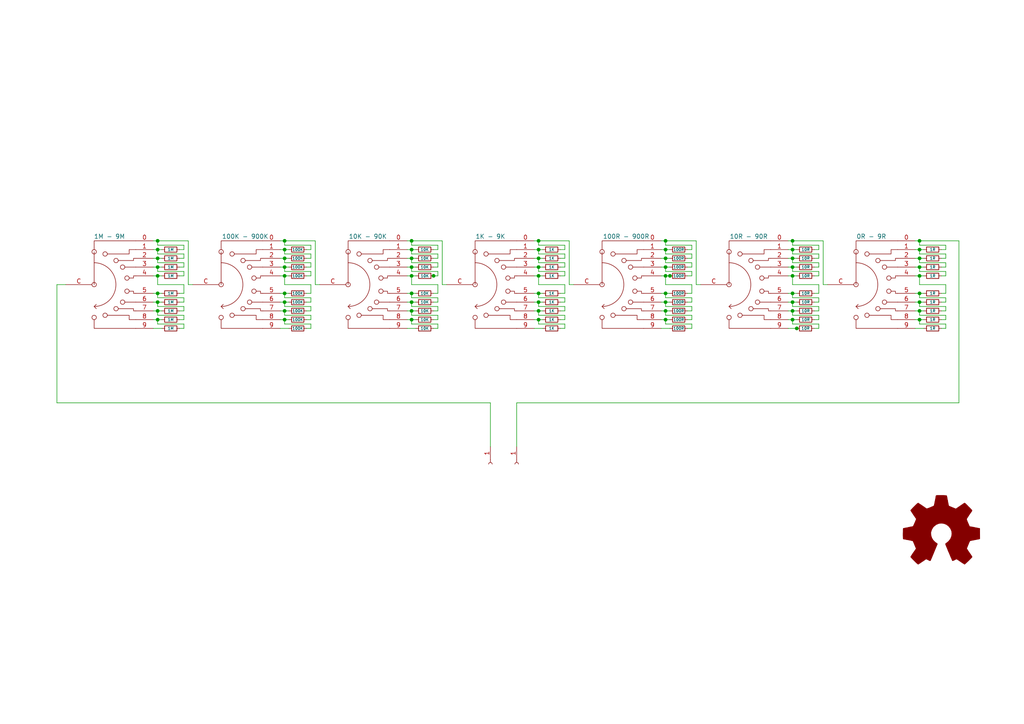
<source format=kicad_sch>
(kicad_sch (version 20210621) (generator eeschema)
  (paper "A4")
  (title_block (title "Resistor Decade") (date "2021-08-29") (company "Binary-6") (comment 1 "GNU GPLv3"))
  (lib_symbols
    (symbol "Connector:Conn_01x01_Female" (pin_names (offset 1.016) hide)
      (property "Reference" "J" (at 0 2.54 0))
      (property "Value" "Conn_01x01_Female" (at 0 -2.54 0))
      (symbol "Conn_01x01_Female_1_1"
        (arc (start 0 0.508) (end 0 -0.508) (radius (at 0 0) (length 0.508) (angles 90.1 -90.1)) (stroke (width 0.1524)))
        (polyline (pts (xy -1.27 0) (xy -0.508 0)) (stroke (width 0.1524)))
        (pin passive line (at -5.08 0 0) (length 3.81) (name "Pin_1") (number "1"))
      )
    )
    (symbol "Device:R_Small" (pin_numbers hide) (pin_names (offset 0.254) hide)
      (property "Reference" "R" (at 0.762 0.508 0))
      (property "Value" "R_Small" (at 0.762 -1.016 0))
      (symbol "R_Small_0_1"
        (rectangle (start -0.762 1.778) (end 0.762 -1.778) (stroke (width 0.2032)))
      )
      (symbol "R_Small_1_1"
        (pin passive line (at 0 2.54 270) (length 0.762) (name "~") (number "1"))
        (pin passive line (at 0 -2.54 90) (length 0.762) (name "~") (number "2"))
      )
    )
    (symbol "Graphic:Logo_Open_Hardware_Large" (pin_names (offset 1.016))
      (symbol "Logo_Open_Hardware_Large_1_1"
        (polyline (pts (xy 6.731 -8.7122) (xy 6.6294 -8.6614) (xy 6.35 -8.4836) (xy 5.9944 -8.255) (xy 5.5372 -7.9502) (xy 5.1054 -7.6454) (xy 4.7498 -7.4168) (xy 4.4958 -7.239) (xy 4.3942 -7.1882) (xy 4.318 -7.2136) (xy 4.1148 -7.3152) (xy 3.81 -7.4676) (xy 3.6322 -7.5692) (xy 3.3528 -7.6708) (xy 3.2258 -7.6962) (xy 3.2004 -7.6708) (xy 3.0988 -7.4676) (xy 2.9464 -7.0866) (xy 2.7178 -6.604) (xy 2.4892 -6.0452) (xy 2.2352 -5.4356) (xy 1.9558 -4.826) (xy 1.7272 -4.2164) (xy 1.4986 -3.683) (xy 1.3208 -3.2512) (xy 1.2192 -2.9464) (xy 1.1684 -2.8194) (xy 1.1938 -2.794) (xy 1.3208 -2.667) (xy 1.5748 -2.4892) (xy 2.0828 -2.0574) (xy 2.6162 -1.397) (xy 2.921 -0.6604) (xy 3.048 0.1524) (xy 2.9464 0.9144) (xy 2.6416 1.6256) (xy 2.1336 2.286) (xy 1.524 2.7686) (xy 0.8128 3.0734) (xy 0 3.175) (xy -0.762 3.0988) (xy -1.4986 2.794) (xy -2.159 2.286) (xy -2.4384 1.9812) (xy -2.8194 1.3208) (xy -3.048 0.6096) (xy -3.0734 0.4318) (xy -3.0226 -0.3556) (xy -2.794 -1.0922) (xy -2.3876 -1.7526) (xy -1.8288 -2.3114) (xy -1.7526 -2.3622) (xy -1.4732 -2.5654) (xy -1.2954 -2.6924) (xy -1.1684 -2.8194) (xy -2.159 -5.207) (xy -2.3114 -5.588) (xy -2.5908 -6.2484) (xy -2.8194 -6.8072) (xy -3.0226 -7.2644) (xy -3.1496 -7.5692) (xy -3.2258 -7.6708) (xy -3.2258 -7.6962) (xy -3.302 -7.6962) (xy -3.4798 -7.6454) (xy -3.8354 -7.4676) (xy -4.0386 -7.366) (xy -4.2926 -7.239) (xy -4.4196 -7.1882) (xy -4.5212 -7.239) (xy -4.7498 -7.3914) (xy -5.1054 -7.6454) (xy -5.5372 -7.9248) (xy -5.9436 -8.2042) (xy -6.3246 -8.4582) (xy -6.604 -8.636) (xy -6.731 -8.7122) (xy -6.7564 -8.7122) (xy -6.858 -8.636) (xy -7.0866 -8.4582) (xy -7.4168 -8.1534) (xy -7.874 -7.6962) (xy -7.9502 -7.62) (xy -8.3312 -7.239) (xy -8.636 -6.9088) (xy -8.8392 -6.6802) (xy -8.9154 -6.5786) (xy -8.9154 -6.5786) (xy -8.8392 -6.4516) (xy -8.6614 -6.1722) (xy -8.4328 -5.7912) (xy -8.128 -5.3594) (xy -7.3152 -4.191) (xy -7.7724 -3.0988) (xy -7.8994 -2.7686) (xy -8.0772 -2.3622) (xy -8.2042 -2.0828) (xy -8.255 -1.9558) (xy -8.382 -1.905) (xy -8.6614 -1.8542) (xy -9.0932 -1.7526) (xy -9.6266 -1.651) (xy -10.1092 -1.5748) (xy -10.541 -1.4732) (xy -10.8712 -1.4224) (xy -11.0236 -1.397) (xy -11.049 -1.3716) (xy -11.0744 -1.2954) (xy -11.0998 -1.143) (xy -11.0998 -0.889) (xy -11.1252 -0.4572) (xy -11.1252 0.1524) (xy -11.1252 0.2286) (xy -11.0998 0.8128) (xy -11.0998 1.27) (xy -11.0744 1.5494) (xy -11.0744 1.6764) (xy -11.0744 1.6764) (xy -10.922 1.7018) (xy -10.6172 1.778) (xy -10.16 1.8542) (xy -9.652 1.9558) (xy -9.6012 1.9812) (xy -9.0932 2.0828) (xy -8.636 2.159) (xy -8.3312 2.2352) (xy -8.2042 2.286) (xy -8.1788 2.3114) (xy -8.0772 2.5146) (xy -7.9248 2.8448) (xy -7.747 3.2512) (xy -7.5692 3.6576) (xy -7.4168 4.0386) (xy -7.3152 4.318) (xy -7.2898 4.445) (xy -7.2898 4.445) (xy -7.366 4.572) (xy -7.5438 4.826) (xy -7.7978 5.207) (xy -8.128 5.6642) (xy -8.128 5.6896) (xy -8.4328 6.1468) (xy -8.6868 6.5278) (xy -8.8392 6.7818) (xy -8.9154 6.9088) (xy -8.9154 6.9088) (xy -8.8138 7.0358) (xy -8.5852 7.2898) (xy -8.255 7.6454) (xy -7.874 8.0264) (xy -7.747 8.1534) (xy -7.3152 8.5852) (xy -7.0104 8.8646) (xy -6.8326 8.9916) (xy -6.731 9.0424) (xy -6.731 9.0424) (xy -6.604 8.9408) (xy -6.3246 8.763) (xy -5.9436 8.509) (xy -5.4864 8.2042) (xy -5.461 8.1788) (xy -5.0038 7.874) (xy -4.6482 7.62) (xy -4.3688 7.4422) (xy -4.2672 7.3914) (xy -4.2418 7.3914) (xy -4.064 7.4422) (xy -3.7338 7.5438) (xy -3.3528 7.6962) (xy -2.9464 7.874) (xy -2.5654 8.0264) (xy -2.286 8.1534) (xy -2.159 8.2296) (xy -2.159 8.2296) (xy -2.1082 8.382) (xy -2.032 8.7122) (xy -1.9304 9.1694) (xy -1.8288 9.7282) (xy -1.8034 9.8044) (xy -1.7018 10.3378) (xy -1.6256 10.7696) (xy -1.5748 11.0744) (xy -1.524 11.2014) (xy -1.4478 11.2268) (xy -1.1938 11.2522) (xy -0.8128 11.2522) (xy -0.3302 11.2522) (xy 0.1524 11.2522) (xy 0.6604 11.2522) (xy 1.0668 11.2268) (xy 1.3716 11.2014) (xy 1.4986 11.176) (xy 1.4986 11.176) (xy 1.5494 11.0236) (xy 1.6256 10.6934) (xy 1.7018 10.2108) (xy 1.8288 9.6774) (xy 1.8288 9.5758) (xy 1.9304 9.0424) (xy 2.032 8.6106) (xy 2.0828 8.3058) (xy 2.1336 8.2042) (xy 2.159 8.1788) (xy 2.3876 8.0772) (xy 2.7432 7.9248) (xy 3.175 7.747) (xy 4.191 7.3406) (xy 5.461 8.2042) (xy 5.5626 8.2804) (xy 6.0198 8.5852) (xy 6.3754 8.8392) (xy 6.6294 8.9916) (xy 6.7564 9.0424) (xy 6.7564 9.0424) (xy 6.8834 8.9408) (xy 7.1374 8.7122) (xy 7.4676 8.382) (xy 7.8486 7.9756) (xy 8.1534 7.6962) (xy 8.4836 7.3406) (xy 8.7122 7.112) (xy 8.8392 6.9596) (xy 8.8646 6.858) (xy 8.8646 6.8072) (xy 8.7884 6.6802) (xy 8.6106 6.4008) (xy 8.3312 6.0198) (xy 8.0264 5.588) (xy 7.7978 5.207) (xy 7.5184 4.8006) (xy 7.3406 4.4958) (xy 7.2898 4.3434) (xy 7.2898 4.2926) (xy 7.3914 4.0386) (xy 7.5184 3.683) (xy 7.7216 3.2258) (xy 8.1534 2.2352) (xy 8.7884 2.1082) (xy 9.1948 2.0574) (xy 9.7536 1.9304) (xy 10.2616 1.8288) (xy 11.0998 1.6764) (xy 11.1252 -1.3208) (xy 10.9982 -1.3716) (xy 10.8712 -1.397) (xy 10.5664 -1.4732) (xy 10.1346 -1.5494) (xy 9.6266 -1.651) (xy 9.1948 -1.7272) (xy 8.7376 -1.8288) (xy 8.4328 -1.8796) (xy 8.2804 -1.905) (xy 8.255 -1.9558) (xy 8.1534 -2.159) (xy 7.9756 -2.5146) (xy 7.8232 -2.921) (xy 7.6454 -3.3274) (xy 7.493 -3.7338) (xy 7.366 -4.0132) (xy 7.3406 -4.191) (xy 7.3914 -4.2926) (xy 7.5692 -4.5466) (xy 7.7978 -4.9276) (xy 8.1026 -5.3594) (xy 8.4074 -5.7912) (xy 8.6614 -6.1722) (xy 8.8138 -6.4262) (xy 8.89 -6.5532) (xy 8.8646 -6.6548) (xy 8.6868 -6.858) (xy 8.3566 -7.1882) (xy 7.874 -7.6708) (xy 7.7978 -7.747) (xy 7.3914 -8.128) (xy 7.0612 -8.4328) (xy 6.8326 -8.636) (xy 6.731 -8.7122)) (fill (type outline)))
      )
    )
    (symbol "MeineBib:KSA-2_Thumbwheel" (pin_names (offset 1.016) hide)
      (property "Reference" "SW" (at 0 17.78 0))
      (property "Value" "KSA-2_Thumbwheel" (at 0 -17.78 0))
      (symbol "KSA-2_Thumbwheel_0_0"
        (circle (center -6.985 -9.525) (radius 0.635))
        (circle (center -6.985 0) (radius 0.635))
        (circle (center -6.985 9.525) (radius 0.635))
        (circle (center -3.81 -8.89) (radius 0.635))
        (circle (center -3.81 8.89) (radius 0.635))
        (circle (center -0.635 -6.985) (radius 0.635))
        (circle (center -0.635 6.985) (radius 0.635))
        (circle (center 1.27 -5.08) (radius 0.635))
        (circle (center 1.27 5.08) (radius 0.635))
        (circle (center 2.54 -1.905) (radius 0.635))
        (circle (center 2.54 1.905) (radius 0.635))
        (polyline (pts (xy -6.985 -6.35) (xy -6.35 -6.985)))
        (polyline (pts (xy -6.985 -6.35) (xy -6.35 -5.715)))
        (polyline (pts (xy -6.985 0) (xy -6.985 9.525)))
        (polyline (pts (xy 1.905 -5.08) (xy 5.08 -5.08)))
        (polyline (pts (xy 1.905 5.08) (xy 5.08 5.08)))
        (polyline (pts (xy -6.985 -10.16) (xy -6.985 -12.7) (xy 5.08 -12.7)))
        (polyline (pts (xy -6.985 10.16) (xy -6.985 12.7) (xy 5.08 12.7)))
        (polyline (pts (xy -3.175 -8.89) (xy 3.175 -8.89) (xy 3.175 -10.16) (xy 5.08 -10.16)))
        (polyline (pts (xy -3.175 8.89) (xy 3.175 8.89) (xy 3.175 10.16) (xy 5.08 10.16)))
        (polyline (pts (xy 0 -6.985) (xy 4.445 -6.985) (xy 4.445 -7.62) (xy 5.08 -7.62)))
        (polyline (pts (xy 0 6.985) (xy 4.445 6.985) (xy 4.445 7.62) (xy 5.08 7.62)))
        (polyline (pts (xy 3.175 -1.905) (xy 4.445 -1.905) (xy 4.445 -2.54) (xy 5.08 -2.54)))
        (polyline (pts (xy 3.175 1.905) (xy 4.445 1.905) (xy 4.445 2.54) (xy 5.08 2.54)))
      )
      (symbol "KSA-2_Thumbwheel_0_1"
        (arc (start -6.985 -6.35) (end -6.985 6.35) (radius (at -7.0206 0) (length 6.3501) (angles -89.7 89.7)) (stroke (width 0.1524)))
        (pin passive line (at 10.16 12.7 180) (length 5.08) (name "0") (number "0"))
        (pin passive line (at 10.16 10.16 180) (length 5.08) (name "1") (number "1"))
        (pin passive line (at 10.16 7.62 180) (length 5.08) (name "2") (number "2"))
        (pin passive line (at 10.16 5.08 180) (length 5.08) (name "3") (number "3"))
        (pin passive line (at 10.16 2.54 180) (length 5.08) (name "4") (number "4"))
        (pin passive line (at 10.16 -2.54 180) (length 5.08) (name "5") (number "5"))
        (pin passive line (at 10.16 -5.08 180) (length 5.08) (name "6") (number "6"))
        (pin passive line (at 10.16 -7.62 180) (length 5.08) (name "7") (number "7"))
        (pin passive line (at 10.16 -10.16 180) (length 5.08) (name "8") (number "8"))
        (pin passive line (at 10.16 -12.7 180) (length 5.08) (name "9") (number "9"))
        (pin passive line (at -15.24 0 0) (length 7.62) (name "C") (number "C"))
      )
    )
  )
  (junction (at 45.72 69.85) (diameter 0.9144))
  (junction (at 45.72 72.39) (diameter 0.9144))
  (junction (at 45.72 74.93) (diameter 0.9144))
  (junction (at 45.72 77.47) (diameter 0.9144))
  (junction (at 45.72 80.01) (diameter 0.9144))
  (junction (at 45.72 85.09) (diameter 0.9144))
  (junction (at 45.72 87.63) (diameter 0.9144))
  (junction (at 45.72 90.17) (diameter 0.9144))
  (junction (at 45.72 92.71) (diameter 0.9144))
  (junction (at 82.55 69.85) (diameter 0.9144))
  (junction (at 82.55 72.39) (diameter 0.9144))
  (junction (at 82.55 74.93) (diameter 0.9144))
  (junction (at 82.55 77.47) (diameter 0.9144))
  (junction (at 82.55 80.01) (diameter 0.9144))
  (junction (at 82.55 85.09) (diameter 0.9144))
  (junction (at 82.55 87.63) (diameter 0.9144))
  (junction (at 82.55 90.17) (diameter 0.9144))
  (junction (at 82.55 92.71) (diameter 0.9144))
  (junction (at 119.38 69.85) (diameter 0.9144))
  (junction (at 119.38 72.39) (diameter 0.9144))
  (junction (at 119.38 74.93) (diameter 0.9144))
  (junction (at 119.38 77.47) (diameter 0.9144))
  (junction (at 119.38 80.01) (diameter 0.9144))
  (junction (at 119.38 85.09) (diameter 0.9144))
  (junction (at 119.38 87.63) (diameter 0.9144))
  (junction (at 119.38 90.17) (diameter 0.9144))
  (junction (at 119.38 92.71) (diameter 0.9144))
  (junction (at 125.7475 80.01) (diameter 0.9144))
  (junction (at 156.21 69.85) (diameter 0.9144))
  (junction (at 156.21 72.39) (diameter 0.9144))
  (junction (at 156.21 74.93) (diameter 0.9144))
  (junction (at 156.21 77.47) (diameter 0.9144))
  (junction (at 156.21 80.01) (diameter 0.9144))
  (junction (at 156.21 85.09) (diameter 0.9144))
  (junction (at 156.21 87.63) (diameter 0.9144))
  (junction (at 156.21 90.17) (diameter 0.9144))
  (junction (at 156.21 92.71) (diameter 0.9144))
  (junction (at 193.04 69.85) (diameter 0.9144))
  (junction (at 193.04 72.39) (diameter 0.9144))
  (junction (at 193.04 74.93) (diameter 0.9144))
  (junction (at 193.04 77.47) (diameter 0.9144))
  (junction (at 193.04 80.01) (diameter 0.9144))
  (junction (at 193.04 85.09) (diameter 0.9144))
  (junction (at 193.04 87.63) (diameter 0.9144))
  (junction (at 193.04 90.17) (diameter 0.9144))
  (junction (at 193.04 92.71) (diameter 0.9144))
  (junction (at 194.306 80.01) (diameter 0.9144))
  (junction (at 229.87 69.85) (diameter 0.9144))
  (junction (at 229.87 72.39) (diameter 0.9144))
  (junction (at 229.87 74.93) (diameter 0.9144))
  (junction (at 229.87 77.47) (diameter 0.9144))
  (junction (at 229.87 80.01) (diameter 0.9144))
  (junction (at 229.87 85.09) (diameter 0.9144))
  (junction (at 229.87 87.63) (diameter 0.9144))
  (junction (at 229.87 90.17) (diameter 0.9144))
  (junction (at 229.87 92.71) (diameter 0.9144))
  (junction (at 231.0969 95.25) (diameter 0.9144))
  (junction (at 266.7 69.85) (diameter 0.9144))
  (junction (at 266.7 72.39) (diameter 0.9144))
  (junction (at 266.7 74.93) (diameter 0.9144))
  (junction (at 266.7 77.47) (diameter 0.9144))
  (junction (at 266.7 80.01) (diameter 0.9144))
  (junction (at 266.7 85.09) (diameter 0.9144))
  (junction (at 266.7 87.63) (diameter 0.9144))
  (junction (at 266.7 90.17) (diameter 0.9144))
  (junction (at 266.7 92.71) (diameter 0.9144))
  (wire (pts (xy 16.51 82.55) (xy 19.05 82.55)))
  (wire (pts (xy 16.51 116.84) (xy 16.51 82.55)))
  (wire (pts (xy 44.45 69.85) (xy 45.72 69.85)))
  (wire (pts (xy 44.45 72.39) (xy 45.72 72.39)))
  (wire (pts (xy 44.45 74.93) (xy 45.72 74.93)))
  (wire (pts (xy 44.45 77.47) (xy 45.72 77.47)))
  (wire (pts (xy 44.45 80.01) (xy 45.72 80.01)))
  (wire (pts (xy 44.45 85.09) (xy 45.72 85.09)))
  (wire (pts (xy 44.45 87.63) (xy 45.72 87.63)))
  (wire (pts (xy 44.45 90.17) (xy 45.72 90.17)))
  (wire (pts (xy 44.45 92.71) (xy 45.72 92.71)))
  (wire (pts (xy 44.45 95.25) (xy 46.99 95.25)))
  (wire (pts (xy 45.72 69.85) (xy 45.72 71.12)))
  (wire (pts (xy 45.72 69.85) (xy 54.61 69.85)))
  (wire (pts (xy 45.72 71.12) (xy 53.34 71.12)))
  (wire (pts (xy 45.72 72.39) (xy 45.72 73.66)))
  (wire (pts (xy 45.72 72.39) (xy 46.99 72.39)))
  (wire (pts (xy 45.72 73.66) (xy 53.34 73.66)))
  (wire (pts (xy 45.72 74.93) (xy 45.72 76.2)))
  (wire (pts (xy 45.72 74.93) (xy 46.99 74.93)))
  (wire (pts (xy 45.72 76.2) (xy 53.34 76.2)))
  (wire (pts (xy 45.72 77.47) (xy 45.72 78.74)))
  (wire (pts (xy 45.72 77.47) (xy 46.99 77.47)))
  (wire (pts (xy 45.72 78.74) (xy 53.34 78.74)))
  (wire (pts (xy 45.72 80.01) (xy 46.99 80.01)))
  (wire (pts (xy 45.72 82.55) (xy 45.72 80.01)))
  (wire (pts (xy 45.72 85.09) (xy 45.72 86.36)))
  (wire (pts (xy 45.72 85.09) (xy 46.99 85.09)))
  (wire (pts (xy 45.72 86.36) (xy 53.34 86.36)))
  (wire (pts (xy 45.72 87.63) (xy 46.99 87.63)))
  (wire (pts (xy 45.72 88.9) (xy 45.72 87.63)))
  (wire (pts (xy 45.72 90.17) (xy 46.99 90.17)))
  (wire (pts (xy 45.72 91.44) (xy 45.72 90.17)))
  (wire (pts (xy 45.72 92.71) (xy 45.72 93.98)))
  (wire (pts (xy 45.72 92.71) (xy 46.99 92.71)))
  (wire (pts (xy 52.07 72.39) (xy 53.34 72.39)))
  (wire (pts (xy 52.07 74.93) (xy 53.34 74.93)))
  (wire (pts (xy 52.07 77.47) (xy 53.34 77.47)))
  (wire (pts (xy 52.07 80.01) (xy 53.34 80.01)))
  (wire (pts (xy 52.07 85.09) (xy 53.34 85.09)))
  (wire (pts (xy 52.07 87.63) (xy 53.34 87.63)))
  (wire (pts (xy 52.07 90.17) (xy 53.34 90.17)))
  (wire (pts (xy 52.07 92.71) (xy 53.34 92.71)))
  (wire (pts (xy 52.07 95.25) (xy 53.34 95.25)))
  (wire (pts (xy 53.34 71.12) (xy 53.34 72.39)))
  (wire (pts (xy 53.34 73.66) (xy 53.34 74.93)))
  (wire (pts (xy 53.34 76.2) (xy 53.34 77.47)))
  (wire (pts (xy 53.34 78.74) (xy 53.34 80.01)))
  (wire (pts (xy 53.34 82.55) (xy 45.72 82.55)))
  (wire (pts (xy 53.34 85.09) (xy 53.34 82.55)))
  (wire (pts (xy 53.34 86.36) (xy 53.34 87.63)))
  (wire (pts (xy 53.34 88.9) (xy 45.72 88.9)))
  (wire (pts (xy 53.34 90.17) (xy 53.34 88.9)))
  (wire (pts (xy 53.34 91.44) (xy 45.72 91.44)))
  (wire (pts (xy 53.34 92.71) (xy 53.34 91.44)))
  (wire (pts (xy 53.34 93.98) (xy 45.72 93.98)))
  (wire (pts (xy 53.34 95.25) (xy 53.34 93.98)))
  (wire (pts (xy 54.61 69.85) (xy 54.61 82.55)))
  (wire (pts (xy 55.88 82.55) (xy 54.61 82.55)))
  (wire (pts (xy 81.28 69.85) (xy 82.55 69.85)))
  (wire (pts (xy 81.28 72.39) (xy 82.55 72.39)))
  (wire (pts (xy 81.28 74.93) (xy 82.55 74.93)))
  (wire (pts (xy 81.28 77.47) (xy 82.55 77.47)))
  (wire (pts (xy 81.28 80.01) (xy 82.55 80.01)))
  (wire (pts (xy 81.28 85.09) (xy 82.55 85.09)))
  (wire (pts (xy 81.28 87.63) (xy 82.55 87.63)))
  (wire (pts (xy 81.28 90.17) (xy 82.55 90.17)))
  (wire (pts (xy 81.28 92.71) (xy 82.55 92.71)))
  (wire (pts (xy 81.28 95.25) (xy 83.82 95.25)))
  (wire (pts (xy 82.55 69.85) (xy 82.55 71.12)))
  (wire (pts (xy 82.55 69.85) (xy 91.44 69.85)))
  (wire (pts (xy 82.55 71.12) (xy 90.17 71.12)))
  (wire (pts (xy 82.55 72.39) (xy 82.55 73.66)))
  (wire (pts (xy 82.55 72.39) (xy 83.82 72.39)))
  (wire (pts (xy 82.55 73.66) (xy 90.17 73.66)))
  (wire (pts (xy 82.55 74.93) (xy 82.55 76.2)))
  (wire (pts (xy 82.55 74.93) (xy 83.82 74.93)))
  (wire (pts (xy 82.55 76.2) (xy 90.17 76.2)))
  (wire (pts (xy 82.55 77.47) (xy 82.55 78.74)))
  (wire (pts (xy 82.55 77.47) (xy 83.82 77.47)))
  (wire (pts (xy 82.55 78.74) (xy 90.17 78.74)))
  (wire (pts (xy 82.55 80.01) (xy 83.82 80.01)))
  (wire (pts (xy 82.55 82.55) (xy 82.55 80.01)))
  (wire (pts (xy 82.55 85.09) (xy 82.55 86.36)))
  (wire (pts (xy 82.55 85.09) (xy 83.82 85.09)))
  (wire (pts (xy 82.55 86.36) (xy 90.17 86.36)))
  (wire (pts (xy 82.55 87.63) (xy 83.82 87.63)))
  (wire (pts (xy 82.55 88.9) (xy 82.55 87.63)))
  (wire (pts (xy 82.55 90.17) (xy 83.82 90.17)))
  (wire (pts (xy 82.55 91.44) (xy 82.55 90.17)))
  (wire (pts (xy 82.55 92.71) (xy 82.55 93.98)))
  (wire (pts (xy 82.55 92.71) (xy 83.82 92.71)))
  (wire (pts (xy 88.9 72.39) (xy 90.17 72.39)))
  (wire (pts (xy 88.9 74.93) (xy 90.17 74.93)))
  (wire (pts (xy 88.9 77.47) (xy 90.17 77.47)))
  (wire (pts (xy 88.9 80.01) (xy 90.17 80.01)))
  (wire (pts (xy 88.9 85.09) (xy 90.17 85.09)))
  (wire (pts (xy 88.9 87.63) (xy 90.17 87.63)))
  (wire (pts (xy 88.9 90.17) (xy 90.17 90.17)))
  (wire (pts (xy 88.9 92.71) (xy 90.17 92.71)))
  (wire (pts (xy 88.9 95.25) (xy 90.17 95.25)))
  (wire (pts (xy 90.17 71.12) (xy 90.17 72.39)))
  (wire (pts (xy 90.17 73.66) (xy 90.17 74.93)))
  (wire (pts (xy 90.17 76.2) (xy 90.17 77.47)))
  (wire (pts (xy 90.17 78.74) (xy 90.17 80.01)))
  (wire (pts (xy 90.17 82.55) (xy 82.55 82.55)))
  (wire (pts (xy 90.17 85.09) (xy 90.17 82.55)))
  (wire (pts (xy 90.17 86.36) (xy 90.17 87.63)))
  (wire (pts (xy 90.17 88.9) (xy 82.55 88.9)))
  (wire (pts (xy 90.17 90.17) (xy 90.17 88.9)))
  (wire (pts (xy 90.17 91.44) (xy 82.55 91.44)))
  (wire (pts (xy 90.17 92.71) (xy 90.17 91.44)))
  (wire (pts (xy 90.17 93.98) (xy 82.55 93.98)))
  (wire (pts (xy 90.17 95.25) (xy 90.17 93.98)))
  (wire (pts (xy 91.44 69.85) (xy 91.44 82.55)))
  (wire (pts (xy 92.71 82.55) (xy 91.44 82.55)))
  (wire (pts (xy 118.11 69.85) (xy 119.38 69.85)))
  (wire (pts (xy 118.11 72.39) (xy 119.38 72.39)))
  (wire (pts (xy 118.11 74.93) (xy 119.38 74.93)))
  (wire (pts (xy 118.11 77.47) (xy 119.38 77.47)))
  (wire (pts (xy 118.11 80.01) (xy 119.38 80.01)))
  (wire (pts (xy 118.11 85.09) (xy 119.38 85.09)))
  (wire (pts (xy 118.11 87.63) (xy 119.38 87.63)))
  (wire (pts (xy 118.11 90.17) (xy 119.38 90.17)))
  (wire (pts (xy 118.11 92.71) (xy 119.38 92.71)))
  (wire (pts (xy 118.11 95.25) (xy 120.65 95.25)))
  (wire (pts (xy 119.38 69.85) (xy 119.38 71.12)))
  (wire (pts (xy 119.38 69.85) (xy 128.27 69.85)))
  (wire (pts (xy 119.38 71.12) (xy 127 71.12)))
  (wire (pts (xy 119.38 72.39) (xy 119.38 73.66)))
  (wire (pts (xy 119.38 72.39) (xy 120.65 72.39)))
  (wire (pts (xy 119.38 73.66) (xy 127 73.66)))
  (wire (pts (xy 119.38 74.93) (xy 119.38 76.2)))
  (wire (pts (xy 119.38 74.93) (xy 120.65 74.93)))
  (wire (pts (xy 119.38 76.2) (xy 127 76.2)))
  (wire (pts (xy 119.38 77.47) (xy 119.38 78.74)))
  (wire (pts (xy 119.38 77.47) (xy 120.65 77.47)))
  (wire (pts (xy 119.38 78.74) (xy 127 78.74)))
  (wire (pts (xy 119.38 80.01) (xy 120.65 80.01)))
  (wire (pts (xy 119.38 82.55) (xy 119.38 80.01)))
  (wire (pts (xy 119.38 85.09) (xy 119.38 86.36)))
  (wire (pts (xy 119.38 85.09) (xy 120.65 85.09)))
  (wire (pts (xy 119.38 86.36) (xy 127 86.36)))
  (wire (pts (xy 119.38 87.63) (xy 120.65 87.63)))
  (wire (pts (xy 119.38 88.9) (xy 119.38 87.63)))
  (wire (pts (xy 119.38 90.17) (xy 120.65 90.17)))
  (wire (pts (xy 119.38 91.44) (xy 119.38 90.17)))
  (wire (pts (xy 119.38 92.71) (xy 119.38 93.98)))
  (wire (pts (xy 119.38 92.71) (xy 120.65 92.71)))
  (wire (pts (xy 125.73 72.39) (xy 127 72.39)))
  (wire (pts (xy 125.73 74.93) (xy 127 74.93)))
  (wire (pts (xy 125.73 77.47) (xy 127 77.47)))
  (wire (pts (xy 125.73 80.01) (xy 125.7475 80.01)))
  (wire (pts (xy 125.73 85.09) (xy 127 85.09)))
  (wire (pts (xy 125.73 87.63) (xy 127 87.63)))
  (wire (pts (xy 125.73 90.17) (xy 127 90.17)))
  (wire (pts (xy 125.73 92.71) (xy 127 92.71)))
  (wire (pts (xy 125.73 95.25) (xy 127 95.25)))
  (wire (pts (xy 125.7475 80.01) (xy 127 80.01)))
  (wire (pts (xy 127 71.12) (xy 127 72.39)))
  (wire (pts (xy 127 73.66) (xy 127 74.93)))
  (wire (pts (xy 127 76.2) (xy 127 77.47)))
  (wire (pts (xy 127 78.74) (xy 127 80.01)))
  (wire (pts (xy 127 82.55) (xy 119.38 82.55)))
  (wire (pts (xy 127 85.09) (xy 127 82.55)))
  (wire (pts (xy 127 86.36) (xy 127 87.63)))
  (wire (pts (xy 127 88.9) (xy 119.38 88.9)))
  (wire (pts (xy 127 90.17) (xy 127 88.9)))
  (wire (pts (xy 127 91.44) (xy 119.38 91.44)))
  (wire (pts (xy 127 92.71) (xy 127 91.44)))
  (wire (pts (xy 127 93.98) (xy 119.38 93.98)))
  (wire (pts (xy 127 95.25) (xy 127 93.98)))
  (wire (pts (xy 128.27 69.85) (xy 128.27 82.55)))
  (wire (pts (xy 129.54 82.55) (xy 128.27 82.55)))
  (wire (pts (xy 142.24 116.84) (xy 16.51 116.84)))
  (wire (pts (xy 142.24 129.54) (xy 142.24 116.84)))
  (wire (pts (xy 149.86 116.84) (xy 278.13 116.84)))
  (wire (pts (xy 149.86 129.54) (xy 149.86 116.84)))
  (wire (pts (xy 154.94 69.85) (xy 156.21 69.85)))
  (wire (pts (xy 154.94 72.39) (xy 156.21 72.39)))
  (wire (pts (xy 154.94 74.93) (xy 156.21 74.93)))
  (wire (pts (xy 154.94 77.47) (xy 156.21 77.47)))
  (wire (pts (xy 154.94 80.01) (xy 156.21 80.01)))
  (wire (pts (xy 154.94 85.09) (xy 156.21 85.09)))
  (wire (pts (xy 154.94 87.63) (xy 156.21 87.63)))
  (wire (pts (xy 154.94 90.17) (xy 156.21 90.17)))
  (wire (pts (xy 154.94 92.71) (xy 156.21 92.71)))
  (wire (pts (xy 154.94 95.25) (xy 157.48 95.25)))
  (wire (pts (xy 156.21 69.85) (xy 156.21 71.12)))
  (wire (pts (xy 156.21 69.85) (xy 165.1 69.85)))
  (wire (pts (xy 156.21 71.12) (xy 163.83 71.12)))
  (wire (pts (xy 156.21 72.39) (xy 156.21 73.66)))
  (wire (pts (xy 156.21 72.39) (xy 157.48 72.39)))
  (wire (pts (xy 156.21 73.66) (xy 163.83 73.66)))
  (wire (pts (xy 156.21 74.93) (xy 156.21 76.2)))
  (wire (pts (xy 156.21 74.93) (xy 157.48 74.93)))
  (wire (pts (xy 156.21 76.2) (xy 163.83 76.2)))
  (wire (pts (xy 156.21 77.47) (xy 156.21 78.74)))
  (wire (pts (xy 156.21 77.47) (xy 157.48 77.47)))
  (wire (pts (xy 156.21 78.74) (xy 163.83 78.74)))
  (wire (pts (xy 156.21 80.01) (xy 157.48 80.01)))
  (wire (pts (xy 156.21 82.55) (xy 156.21 80.01)))
  (wire (pts (xy 156.21 85.09) (xy 156.21 86.36)))
  (wire (pts (xy 156.21 85.09) (xy 157.48 85.09)))
  (wire (pts (xy 156.21 86.36) (xy 163.83 86.36)))
  (wire (pts (xy 156.21 87.63) (xy 157.48 87.63)))
  (wire (pts (xy 156.21 88.9) (xy 156.21 87.63)))
  (wire (pts (xy 156.21 90.17) (xy 157.48 90.17)))
  (wire (pts (xy 156.21 91.44) (xy 156.21 90.17)))
  (wire (pts (xy 156.21 92.71) (xy 156.21 93.98)))
  (wire (pts (xy 156.21 92.71) (xy 157.48 92.71)))
  (wire (pts (xy 162.56 72.39) (xy 163.83 72.39)))
  (wire (pts (xy 162.56 74.93) (xy 163.83 74.93)))
  (wire (pts (xy 162.56 77.47) (xy 163.83 77.47)))
  (wire (pts (xy 162.56 80.01) (xy 163.83 80.01)))
  (wire (pts (xy 162.56 85.09) (xy 163.83 85.09)))
  (wire (pts (xy 162.56 87.63) (xy 163.83 87.63)))
  (wire (pts (xy 162.56 90.17) (xy 163.83 90.17)))
  (wire (pts (xy 162.56 92.71) (xy 163.83 92.71)))
  (wire (pts (xy 162.56 95.25) (xy 163.83 95.25)))
  (wire (pts (xy 163.83 71.12) (xy 163.83 72.39)))
  (wire (pts (xy 163.83 73.66) (xy 163.83 74.93)))
  (wire (pts (xy 163.83 76.2) (xy 163.83 77.47)))
  (wire (pts (xy 163.83 78.74) (xy 163.83 80.01)))
  (wire (pts (xy 163.83 82.55) (xy 156.21 82.55)))
  (wire (pts (xy 163.83 85.09) (xy 163.83 82.55)))
  (wire (pts (xy 163.83 86.36) (xy 163.83 87.63)))
  (wire (pts (xy 163.83 88.9) (xy 156.21 88.9)))
  (wire (pts (xy 163.83 90.17) (xy 163.83 88.9)))
  (wire (pts (xy 163.83 91.44) (xy 156.21 91.44)))
  (wire (pts (xy 163.83 92.71) (xy 163.83 91.44)))
  (wire (pts (xy 163.83 93.98) (xy 156.21 93.98)))
  (wire (pts (xy 163.83 95.25) (xy 163.83 93.98)))
  (wire (pts (xy 165.1 69.85) (xy 165.1 82.55)))
  (wire (pts (xy 166.37 82.55) (xy 165.1 82.55)))
  (wire (pts (xy 191.77 69.85) (xy 193.04 69.85)))
  (wire (pts (xy 191.77 72.39) (xy 193.04 72.39)))
  (wire (pts (xy 191.77 74.93) (xy 193.04 74.93)))
  (wire (pts (xy 191.77 77.47) (xy 193.04 77.47)))
  (wire (pts (xy 191.77 80.01) (xy 193.04 80.01)))
  (wire (pts (xy 191.77 85.09) (xy 193.04 85.09)))
  (wire (pts (xy 191.77 87.63) (xy 193.04 87.63)))
  (wire (pts (xy 191.77 90.17) (xy 193.04 90.17)))
  (wire (pts (xy 191.77 92.71) (xy 193.04 92.71)))
  (wire (pts (xy 191.77 95.25) (xy 194.31 95.25)))
  (wire (pts (xy 193.04 69.85) (xy 193.04 71.12)))
  (wire (pts (xy 193.04 69.85) (xy 201.93 69.85)))
  (wire (pts (xy 193.04 71.12) (xy 200.66 71.12)))
  (wire (pts (xy 193.04 72.39) (xy 193.04 73.66)))
  (wire (pts (xy 193.04 72.39) (xy 194.31 72.39)))
  (wire (pts (xy 193.04 73.66) (xy 200.66 73.66)))
  (wire (pts (xy 193.04 74.93) (xy 193.04 76.2)))
  (wire (pts (xy 193.04 74.93) (xy 194.31 74.93)))
  (wire (pts (xy 193.04 76.2) (xy 200.66 76.2)))
  (wire (pts (xy 193.04 77.47) (xy 193.04 78.74)))
  (wire (pts (xy 193.04 77.47) (xy 194.31 77.47)))
  (wire (pts (xy 193.04 78.74) (xy 200.66 78.74)))
  (wire (pts (xy 193.04 80.01) (xy 194.306 80.01)))
  (wire (pts (xy 193.04 82.55) (xy 193.04 80.01)))
  (wire (pts (xy 193.04 85.09) (xy 193.04 86.36)))
  (wire (pts (xy 193.04 85.09) (xy 194.31 85.09)))
  (wire (pts (xy 193.04 86.36) (xy 200.66 86.36)))
  (wire (pts (xy 193.04 87.63) (xy 194.31 87.63)))
  (wire (pts (xy 193.04 88.9) (xy 193.04 87.63)))
  (wire (pts (xy 193.04 90.17) (xy 194.31 90.17)))
  (wire (pts (xy 193.04 91.44) (xy 193.04 90.17)))
  (wire (pts (xy 193.04 92.71) (xy 193.04 93.98)))
  (wire (pts (xy 193.04 92.71) (xy 194.31 92.71)))
  (wire (pts (xy 194.306 80.01) (xy 194.31 80.01)))
  (wire (pts (xy 199.39 72.39) (xy 200.66 72.39)))
  (wire (pts (xy 199.39 74.93) (xy 200.66 74.93)))
  (wire (pts (xy 199.39 77.47) (xy 200.66 77.47)))
  (wire (pts (xy 199.39 80.01) (xy 200.66 80.01)))
  (wire (pts (xy 199.39 85.09) (xy 200.66 85.09)))
  (wire (pts (xy 199.39 87.63) (xy 200.66 87.63)))
  (wire (pts (xy 199.39 90.17) (xy 200.66 90.17)))
  (wire (pts (xy 199.39 92.71) (xy 200.66 92.71)))
  (wire (pts (xy 199.39 95.25) (xy 200.66 95.25)))
  (wire (pts (xy 200.66 71.12) (xy 200.66 72.39)))
  (wire (pts (xy 200.66 73.66) (xy 200.66 74.93)))
  (wire (pts (xy 200.66 76.2) (xy 200.66 77.47)))
  (wire (pts (xy 200.66 78.74) (xy 200.66 80.01)))
  (wire (pts (xy 200.66 82.55) (xy 193.04 82.55)))
  (wire (pts (xy 200.66 85.09) (xy 200.66 82.55)))
  (wire (pts (xy 200.66 86.36) (xy 200.66 87.63)))
  (wire (pts (xy 200.66 88.9) (xy 193.04 88.9)))
  (wire (pts (xy 200.66 90.17) (xy 200.66 88.9)))
  (wire (pts (xy 200.66 91.44) (xy 193.04 91.44)))
  (wire (pts (xy 200.66 92.71) (xy 200.66 91.44)))
  (wire (pts (xy 200.66 93.98) (xy 193.04 93.98)))
  (wire (pts (xy 200.66 95.25) (xy 200.66 93.98)))
  (wire (pts (xy 201.93 69.85) (xy 201.93 82.55)))
  (wire (pts (xy 203.2 82.55) (xy 201.93 82.55)))
  (wire (pts (xy 228.6 69.85) (xy 229.87 69.85)))
  (wire (pts (xy 228.6 72.39) (xy 229.87 72.39)))
  (wire (pts (xy 228.6 74.93) (xy 229.87 74.93)))
  (wire (pts (xy 228.6 77.47) (xy 229.87 77.47)))
  (wire (pts (xy 228.6 80.01) (xy 229.87 80.01)))
  (wire (pts (xy 228.6 85.09) (xy 229.87 85.09)))
  (wire (pts (xy 228.6 87.63) (xy 229.87 87.63)))
  (wire (pts (xy 228.6 90.17) (xy 229.87 90.17)))
  (wire (pts (xy 228.6 92.71) (xy 229.87 92.71)))
  (wire (pts (xy 228.6 95.25) (xy 231.0969 95.25)))
  (wire (pts (xy 229.87 69.85) (xy 229.87 71.12)))
  (wire (pts (xy 229.87 69.85) (xy 238.76 69.85)))
  (wire (pts (xy 229.87 71.12) (xy 237.49 71.12)))
  (wire (pts (xy 229.87 72.39) (xy 229.87 73.66)))
  (wire (pts (xy 229.87 72.39) (xy 231.14 72.39)))
  (wire (pts (xy 229.87 73.66) (xy 237.49 73.66)))
  (wire (pts (xy 229.87 74.93) (xy 229.87 76.2)))
  (wire (pts (xy 229.87 74.93) (xy 231.14 74.93)))
  (wire (pts (xy 229.87 76.2) (xy 237.49 76.2)))
  (wire (pts (xy 229.87 77.47) (xy 229.87 78.74)))
  (wire (pts (xy 229.87 77.47) (xy 231.14 77.47)))
  (wire (pts (xy 229.87 78.74) (xy 237.49 78.74)))
  (wire (pts (xy 229.87 80.01) (xy 231.14 80.01)))
  (wire (pts (xy 229.87 82.55) (xy 229.87 80.01)))
  (wire (pts (xy 229.87 85.09) (xy 229.87 86.36)))
  (wire (pts (xy 229.87 85.09) (xy 231.14 85.09)))
  (wire (pts (xy 229.87 86.36) (xy 237.49 86.36)))
  (wire (pts (xy 229.87 87.63) (xy 231.14 87.63)))
  (wire (pts (xy 229.87 88.9) (xy 229.87 87.63)))
  (wire (pts (xy 229.87 90.17) (xy 231.14 90.17)))
  (wire (pts (xy 229.87 91.44) (xy 229.87 90.17)))
  (wire (pts (xy 229.87 92.71) (xy 229.87 93.98)))
  (wire (pts (xy 229.87 92.71) (xy 231.14 92.71)))
  (wire (pts (xy 231.0969 95.25) (xy 231.14 95.25)))
  (wire (pts (xy 236.22 72.39) (xy 237.49 72.39)))
  (wire (pts (xy 236.22 74.93) (xy 237.49 74.93)))
  (wire (pts (xy 236.22 77.47) (xy 237.49 77.47)))
  (wire (pts (xy 236.22 80.01) (xy 237.49 80.01)))
  (wire (pts (xy 236.22 85.09) (xy 237.49 85.09)))
  (wire (pts (xy 236.22 87.63) (xy 237.49 87.63)))
  (wire (pts (xy 236.22 90.17) (xy 237.49 90.17)))
  (wire (pts (xy 236.22 92.71) (xy 237.49 92.71)))
  (wire (pts (xy 236.22 95.25) (xy 237.49 95.25)))
  (wire (pts (xy 237.49 71.12) (xy 237.49 72.39)))
  (wire (pts (xy 237.49 73.66) (xy 237.49 74.93)))
  (wire (pts (xy 237.49 76.2) (xy 237.49 77.47)))
  (wire (pts (xy 237.49 78.74) (xy 237.49 80.01)))
  (wire (pts (xy 237.49 82.55) (xy 229.87 82.55)))
  (wire (pts (xy 237.49 85.09) (xy 237.49 82.55)))
  (wire (pts (xy 237.49 86.36) (xy 237.49 87.63)))
  (wire (pts (xy 237.49 88.9) (xy 229.87 88.9)))
  (wire (pts (xy 237.49 90.17) (xy 237.49 88.9)))
  (wire (pts (xy 237.49 91.44) (xy 229.87 91.44)))
  (wire (pts (xy 237.49 92.71) (xy 237.49 91.44)))
  (wire (pts (xy 237.49 93.98) (xy 229.87 93.98)))
  (wire (pts (xy 237.49 95.25) (xy 237.49 93.98)))
  (wire (pts (xy 238.76 69.85) (xy 238.76 82.55)))
  (wire (pts (xy 240.03 82.55) (xy 238.76 82.55)))
  (wire (pts (xy 265.43 69.85) (xy 266.7 69.85)))
  (wire (pts (xy 265.43 72.39) (xy 266.7 72.39)))
  (wire (pts (xy 265.43 74.93) (xy 266.7 74.93)))
  (wire (pts (xy 265.43 77.47) (xy 266.7 77.47)))
  (wire (pts (xy 265.43 80.01) (xy 266.7 80.01)))
  (wire (pts (xy 265.43 85.09) (xy 266.7 85.09)))
  (wire (pts (xy 265.43 87.63) (xy 266.7 87.63)))
  (wire (pts (xy 265.43 90.17) (xy 266.7 90.17)))
  (wire (pts (xy 265.43 92.71) (xy 266.7 92.71)))
  (wire (pts (xy 265.43 95.25) (xy 267.97 95.25)))
  (wire (pts (xy 266.7 69.85) (xy 266.7 71.12)))
  (wire (pts (xy 266.7 69.85) (xy 278.13 69.85)))
  (wire (pts (xy 266.7 71.12) (xy 274.32 71.12)))
  (wire (pts (xy 266.7 72.39) (xy 266.7 73.66)))
  (wire (pts (xy 266.7 72.39) (xy 267.97 72.39)))
  (wire (pts (xy 266.7 73.66) (xy 274.32 73.66)))
  (wire (pts (xy 266.7 74.93) (xy 266.7 76.2)))
  (wire (pts (xy 266.7 74.93) (xy 267.97 74.93)))
  (wire (pts (xy 266.7 76.2) (xy 274.32 76.2)))
  (wire (pts (xy 266.7 77.47) (xy 266.7 78.74)))
  (wire (pts (xy 266.7 77.47) (xy 267.97 77.47)))
  (wire (pts (xy 266.7 78.74) (xy 274.32 78.74)))
  (wire (pts (xy 266.7 80.01) (xy 267.97 80.01)))
  (wire (pts (xy 266.7 82.55) (xy 266.7 80.01)))
  (wire (pts (xy 266.7 85.09) (xy 266.7 86.36)))
  (wire (pts (xy 266.7 85.09) (xy 267.97 85.09)))
  (wire (pts (xy 266.7 86.36) (xy 274.32 86.36)))
  (wire (pts (xy 266.7 87.63) (xy 267.97 87.63)))
  (wire (pts (xy 266.7 88.9) (xy 266.7 87.63)))
  (wire (pts (xy 266.7 90.17) (xy 267.97 90.17)))
  (wire (pts (xy 266.7 91.44) (xy 266.7 90.17)))
  (wire (pts (xy 266.7 92.71) (xy 266.7 93.98)))
  (wire (pts (xy 266.7 92.71) (xy 267.97 92.71)))
  (wire (pts (xy 273.05 72.39) (xy 274.32 72.39)))
  (wire (pts (xy 273.05 74.93) (xy 274.32 74.93)))
  (wire (pts (xy 273.05 77.47) (xy 274.32 77.47)))
  (wire (pts (xy 273.05 80.01) (xy 274.32 80.01)))
  (wire (pts (xy 273.05 85.09) (xy 274.32 85.09)))
  (wire (pts (xy 273.05 87.63) (xy 274.32 87.63)))
  (wire (pts (xy 273.05 90.17) (xy 274.32 90.17)))
  (wire (pts (xy 273.05 92.71) (xy 274.32 92.71)))
  (wire (pts (xy 273.05 95.25) (xy 274.32 95.25)))
  (wire (pts (xy 274.32 71.12) (xy 274.32 72.39)))
  (wire (pts (xy 274.32 73.66) (xy 274.32 74.93)))
  (wire (pts (xy 274.32 76.2) (xy 274.32 77.47)))
  (wire (pts (xy 274.32 78.74) (xy 274.32 80.01)))
  (wire (pts (xy 274.32 82.55) (xy 266.7 82.55)))
  (wire (pts (xy 274.32 85.09) (xy 274.32 82.55)))
  (wire (pts (xy 274.32 86.36) (xy 274.32 87.63)))
  (wire (pts (xy 274.32 88.9) (xy 266.7 88.9)))
  (wire (pts (xy 274.32 90.17) (xy 274.32 88.9)))
  (wire (pts (xy 274.32 91.44) (xy 266.7 91.44)))
  (wire (pts (xy 274.32 92.71) (xy 274.32 91.44)))
  (wire (pts (xy 274.32 93.98) (xy 266.7 93.98)))
  (wire (pts (xy 274.32 95.25) (xy 274.32 93.98)))
  (wire (pts (xy 278.13 69.85) (xy 278.13 116.84)))
  (symbol (lib_id "Connector:Conn_01x01_Female") (at 142.24 134.62 270) (unit 1)
    (property "Reference" "J?" (effects hide))
    (property "Value" "Conn_01x01_Female" (effects hide))
  )
  (symbol (lib_id "Connector:Conn_01x01_Female") (at 149.86 134.62 270) (unit 1)
    (property "Reference" "J?" (effects hide))
    (property "Value" "Conn_01x01_Female" (effects hide))
  )
  (symbol (lib_id "Device:R_Small") (at 49.53 72.39 90) (unit 1)
    (property "Reference" "R?" (effects hide))
    (property "Value" "1M" (at 49.53 72.39 90) (effects (font (size 0.8 0.8))))
  )
  (symbol (lib_id "Device:R_Small") (at 49.53 74.93 90) (unit 1)
    (property "Reference" "R?" (effects hide))
    (property "Value" "1M" (at 49.53 74.93 90) (effects (font (size 0.8 0.8))))
  )
  (symbol (lib_id "Device:R_Small") (at 49.53 77.47 90) (unit 1)
    (property "Reference" "R?" (effects hide))
    (property "Value" "1M" (at 49.53 77.47 90) (effects (font (size 0.8 0.8))))
  )
  (symbol (lib_id "Device:R_Small") (at 49.53 80.01 90) (unit 1)
    (property "Reference" "R?" (effects hide))
    (property "Value" "1M" (at 49.53 80.01 90) (effects (font (size 0.8 0.8))))
  )
  (symbol (lib_id "Device:R_Small") (at 49.53 85.09 90) (unit 1)
    (property "Reference" "R?" (effects hide))
    (property "Value" "1M" (at 49.53 85.09 90) (effects (font (size 0.8 0.8))))
  )
  (symbol (lib_id "Device:R_Small") (at 49.53 87.63 90) (unit 1)
    (property "Reference" "R?" (effects hide))
    (property "Value" "1M" (at 49.53 87.63 90) (effects (font (size 0.8 0.8))))
  )
  (symbol (lib_id "Device:R_Small") (at 49.53 90.17 90) (unit 1)
    (property "Reference" "R?" (effects hide))
    (property "Value" "1M" (at 49.53 90.17 90) (effects (font (size 0.8 0.8))))
  )
  (symbol (lib_id "Device:R_Small") (at 49.53 92.71 90) (unit 1)
    (property "Reference" "R?" (effects hide))
    (property "Value" "1M" (at 49.53 92.71 90) (effects (font (size 0.8 0.8))))
  )
  (symbol (lib_id "Device:R_Small") (at 49.53 95.25 90) (unit 1)
    (property "Reference" "R?" (effects hide))
    (property "Value" "1M" (at 49.53 95.25 90) (effects (font (size 0.8 0.8))))
  )
  (symbol (lib_id "Device:R_Small") (at 86.36 72.39 90) (unit 1)
    (property "Reference" "R?" (effects hide))
    (property "Value" "100K" (at 86.36 72.39 90) (effects (font (size 0.8 0.8))))
  )
  (symbol (lib_id "Device:R_Small") (at 86.36 74.93 90) (unit 1)
    (property "Reference" "R?" (effects hide))
    (property "Value" "100K" (at 86.36 74.93 90) (effects (font (size 0.8 0.8))))
  )
  (symbol (lib_id "Device:R_Small") (at 86.36 77.47 90) (unit 1)
    (property "Reference" "R?" (effects hide))
    (property "Value" "100K" (at 86.36 77.47 90) (effects (font (size 0.8 0.8))))
  )
  (symbol (lib_id "Device:R_Small") (at 86.36 80.01 90) (unit 1)
    (property "Reference" "R?" (effects hide))
    (property "Value" "100K" (at 86.36 80.01 90) (effects (font (size 0.8 0.8))))
  )
  (symbol (lib_id "Device:R_Small") (at 86.36 85.09 90) (unit 1)
    (property "Reference" "R?" (effects hide))
    (property "Value" "100K" (at 86.36 85.09 90) (effects (font (size 0.8 0.8))))
  )
  (symbol (lib_id "Device:R_Small") (at 86.36 87.63 90) (unit 1)
    (property "Reference" "R?" (effects hide))
    (property "Value" "100K" (at 86.36 87.63 90) (effects (font (size 0.8 0.8))))
  )
  (symbol (lib_id "Device:R_Small") (at 86.36 90.17 90) (unit 1)
    (property "Reference" "R?" (effects hide))
    (property "Value" "100K" (at 86.36 90.17 90) (effects (font (size 0.8 0.8))))
  )
  (symbol (lib_id "Device:R_Small") (at 86.36 92.71 90) (unit 1)
    (property "Reference" "R?" (effects hide))
    (property "Value" "100K" (at 86.36 92.71 90) (effects (font (size 0.8 0.8))))
  )
  (symbol (lib_id "Device:R_Small") (at 86.36 95.25 90) (unit 1)
    (property "Reference" "R?" (effects hide))
    (property "Value" "100K" (at 86.36 95.25 90) (effects (font (size 0.8 0.8))))
  )
  (symbol (lib_id "Device:R_Small") (at 123.19 72.39 90) (unit 1)
    (property "Reference" "R?" (effects hide))
    (property "Value" "10K" (at 123.19 72.39 90) (effects (font (size 0.8 0.8))))
  )
  (symbol (lib_id "Device:R_Small") (at 123.19 74.93 90) (unit 1)
    (property "Reference" "R?" (effects hide))
    (property "Value" "10K" (at 123.19 74.93 90) (effects (font (size 0.8 0.8))))
  )
  (symbol (lib_id "Device:R_Small") (at 123.19 77.47 90) (unit 1)
    (property "Reference" "R?" (effects hide))
    (property "Value" "10K" (at 123.19 77.47 90) (effects (font (size 0.8 0.8))))
  )
  (symbol (lib_id "Device:R_Small") (at 123.19 85.09 90) (unit 1)
    (property "Reference" "R?" (effects hide))
    (property "Value" "10K" (at 123.19 85.09 90) (effects (font (size 0.8 0.8))))
  )
  (symbol (lib_id "Device:R_Small") (at 123.19 87.63 90) (unit 1)
    (property "Reference" "R?" (effects hide))
    (property "Value" "10K" (at 123.19 87.63 90) (effects (font (size 0.8 0.8))))
  )
  (symbol (lib_id "Device:R_Small") (at 123.19 90.17 90) (unit 1)
    (property "Reference" "R?" (effects hide))
    (property "Value" "10K" (at 123.19 90.17 90) (effects (font (size 0.8 0.8))))
  )
  (symbol (lib_id "Device:R_Small") (at 123.19 92.71 90) (unit 1)
    (property "Reference" "R?" (effects hide))
    (property "Value" "10K" (at 123.19 92.71 90) (effects (font (size 0.8 0.8))))
  )
  (symbol (lib_id "Device:R_Small") (at 123.19 95.25 90) (unit 1)
    (property "Reference" "R?" (effects hide))
    (property "Value" "10K" (at 123.19 95.25 90) (effects (font (size 0.8 0.8))))
  )
  (symbol (lib_id "Device:R_Small") (at 123.2075 80.01 90) (unit 1)
    (property "Reference" "R?" (effects hide))
    (property "Value" "10K" (at 123.2075 80.01 90) (effects (font (size 0.8 0.8))))
  )
  (symbol (lib_id "Device:R_Small") (at 160.02 72.39 90) (unit 1)
    (property "Reference" "R?" (effects hide))
    (property "Value" "1K" (at 160.02 72.39 90) (effects (font (size 0.8 0.8))))
  )
  (symbol (lib_id "Device:R_Small") (at 160.02 74.93 90) (unit 1)
    (property "Reference" "R?" (effects hide))
    (property "Value" "1K" (at 160.02 74.93 90) (effects (font (size 0.8 0.8))))
  )
  (symbol (lib_id "Device:R_Small") (at 160.02 77.47 90) (unit 1)
    (property "Reference" "R?" (effects hide))
    (property "Value" "1K" (at 160.02 77.47 90) (effects (font (size 0.8 0.8))))
  )
  (symbol (lib_id "Device:R_Small") (at 160.02 80.01 90) (unit 1)
    (property "Reference" "R?" (effects hide))
    (property "Value" "1K" (at 160.02 80.01 90) (effects (font (size 0.8 0.8))))
  )
  (symbol (lib_id "Device:R_Small") (at 160.02 85.09 90) (unit 1)
    (property "Reference" "R?" (effects hide))
    (property "Value" "1K" (at 160.02 85.09 90) (effects (font (size 0.8 0.8))))
  )
  (symbol (lib_id "Device:R_Small") (at 160.02 87.63 90) (unit 1)
    (property "Reference" "R?" (effects hide))
    (property "Value" "1K" (at 160.02 87.63 90) (effects (font (size 0.8 0.8))))
  )
  (symbol (lib_id "Device:R_Small") (at 160.02 90.17 90) (unit 1)
    (property "Reference" "R?" (effects hide))
    (property "Value" "1K" (at 160.02 90.17 90) (effects (font (size 0.8 0.8))))
  )
  (symbol (lib_id "Device:R_Small") (at 160.02 92.71 90) (unit 1)
    (property "Reference" "R?" (effects hide))
    (property "Value" "1K" (at 160.02 92.71 90) (effects (font (size 0.8 0.8))))
  )
  (symbol (lib_id "Device:R_Small") (at 160.02 95.25 90) (unit 1)
    (property "Reference" "R?" (effects hide))
    (property "Value" "1K" (at 160.02 95.25 90) (effects (font (size 0.8 0.8))))
  )
  (symbol (lib_id "Device:R_Small") (at 196.846 80.01 90) (unit 1)
    (property "Reference" "R?" (effects hide))
    (property "Value" "100R" (at 196.846 80.01 90) (effects (font (size 0.8 0.8))))
  )
  (symbol (lib_id "Device:R_Small") (at 196.85 72.39 90) (unit 1)
    (property "Reference" "R?" (effects hide))
    (property "Value" "100R" (at 196.85 72.39 90) (effects (font (size 0.8 0.8))))
  )
  (symbol (lib_id "Device:R_Small") (at 196.85 74.93 90) (unit 1)
    (property "Reference" "R?" (effects hide))
    (property "Value" "100R" (at 196.85 74.93 90) (effects (font (size 0.8 0.8))))
  )
  (symbol (lib_id "Device:R_Small") (at 196.85 77.47 90) (unit 1)
    (property "Reference" "R?" (effects hide))
    (property "Value" "100R" (at 196.85 77.47 90) (effects (font (size 0.8 0.8))))
  )
  (symbol (lib_id "Device:R_Small") (at 196.85 85.09 90) (unit 1)
    (property "Reference" "R?" (effects hide))
    (property "Value" "100R" (at 196.85 85.09 90) (effects (font (size 0.8 0.8))))
  )
  (symbol (lib_id "Device:R_Small") (at 196.85 87.63 90) (unit 1)
    (property "Reference" "R?" (effects hide))
    (property "Value" "100R" (at 196.85 87.63 90) (effects (font (size 0.8 0.8))))
  )
  (symbol (lib_id "Device:R_Small") (at 196.85 90.17 90) (unit 1)
    (property "Reference" "R?" (effects hide))
    (property "Value" "100R" (at 196.85 90.17 90) (effects (font (size 0.8 0.8))))
  )
  (symbol (lib_id "Device:R_Small") (at 196.85 92.71 90) (unit 1)
    (property "Reference" "R?" (effects hide))
    (property "Value" "100R" (at 196.85 92.71 90) (effects (font (size 0.8 0.8))))
  )
  (symbol (lib_id "Device:R_Small") (at 196.85 95.25 90) (unit 1)
    (property "Reference" "R?" (effects hide))
    (property "Value" "100R" (at 196.85 95.25 90) (effects (font (size 0.8 0.8))))
  )
  (symbol (lib_id "Device:R_Small") (at 233.6369 95.25 90) (unit 1)
    (property "Reference" "R?" (effects hide))
    (property "Value" "10R" (at 233.6369 95.25 90) (effects (font (size 0.8 0.8))))
  )
  (symbol (lib_id "Device:R_Small") (at 233.68 72.39 90) (unit 1)
    (property "Reference" "R?" (effects hide))
    (property "Value" "10R" (at 233.68 72.39 90) (effects (font (size 0.8 0.8))))
  )
  (symbol (lib_id "Device:R_Small") (at 233.68 74.93 90) (unit 1)
    (property "Reference" "R?" (effects hide))
    (property "Value" "10R" (at 233.68 74.93 90) (effects (font (size 0.8 0.8))))
  )
  (symbol (lib_id "Device:R_Small") (at 233.68 77.47 90) (unit 1)
    (property "Reference" "R?" (effects hide))
    (property "Value" "10R" (at 233.68 77.47 90) (effects (font (size 0.8 0.8))))
  )
  (symbol (lib_id "Device:R_Small") (at 233.68 80.01 90) (unit 1)
    (property "Reference" "R?" (effects hide))
    (property "Value" "10R" (at 233.68 80.01 90) (effects (font (size 0.8 0.8))))
  )
  (symbol (lib_id "Device:R_Small") (at 233.68 85.09 90) (unit 1)
    (property "Reference" "R?" (effects hide))
    (property "Value" "10R" (at 233.68 85.09 90) (effects (font (size 0.8 0.8))))
  )
  (symbol (lib_id "Device:R_Small") (at 233.68 87.63 90) (unit 1)
    (property "Reference" "R?" (effects hide))
    (property "Value" "10R" (at 233.68 87.63 90) (effects (font (size 0.8 0.8))))
  )
  (symbol (lib_id "Device:R_Small") (at 233.68 90.17 90) (unit 1)
    (property "Reference" "R?" (effects hide))
    (property "Value" "10R" (at 233.68 90.17 90) (effects (font (size 0.8 0.8))))
  )
  (symbol (lib_id "Device:R_Small") (at 233.68 92.71 90) (unit 1)
    (property "Reference" "R?" (effects hide))
    (property "Value" "10R" (at 233.68 92.71 90) (effects (font (size 0.8 0.8))))
  )
  (symbol (lib_id "Device:R_Small") (at 270.51 72.39 90) (unit 1)
    (property "Reference" "R?" (effects hide))
    (property "Value" "1R" (at 270.51 72.39 90) (effects (font (size 0.8 0.8))))
  )
  (symbol (lib_id "Device:R_Small") (at 270.51 74.93 90) (unit 1)
    (property "Reference" "R?" (effects hide))
    (property "Value" "1R" (at 270.51 74.93 90) (effects (font (size 0.8 0.8))))
  )
  (symbol (lib_id "Device:R_Small") (at 270.51 77.47 90) (unit 1)
    (property "Reference" "R?" (effects hide))
    (property "Value" "1R" (at 270.51 77.47 90) (effects (font (size 0.8 0.8))))
  )
  (symbol (lib_id "Device:R_Small") (at 270.51 80.01 90) (unit 1)
    (property "Reference" "R?" (effects hide))
    (property "Value" "1R" (at 270.51 80.01 90) (effects (font (size 0.8 0.8))))
  )
  (symbol (lib_id "Device:R_Small") (at 270.51 85.09 90) (unit 1)
    (property "Reference" "R?" (effects hide))
    (property "Value" "1R" (at 270.51 85.09 90) (effects (font (size 0.8 0.8))))
  )
  (symbol (lib_id "Device:R_Small") (at 270.51 87.63 90) (unit 1)
    (property "Reference" "R?" (effects hide))
    (property "Value" "1R" (at 270.51 87.63 90) (effects (font (size 0.8 0.8))))
  )
  (symbol (lib_id "Device:R_Small") (at 270.51 90.17 90) (unit 1)
    (property "Reference" "R?" (effects hide))
    (property "Value" "1R" (at 270.51 90.17 90) (effects (font (size 0.8 0.8))))
  )
  (symbol (lib_id "Device:R_Small") (at 270.51 92.71 90) (unit 1)
    (property "Reference" "R?" (effects hide))
    (property "Value" "1R" (at 270.51 92.71 90) (effects (font (size 0.8 0.8))))
  )
  (symbol (lib_id "Device:R_Small") (at 270.51 95.25 90) (unit 1)
    (property "Reference" "R?" (effects hide))
    (property "Value" "1R" (at 270.51 95.25 90) (effects (font (size 0.8 0.8))))
  )
  (symbol (lib_id "Graphic:Logo_Open_Hardware_Large") (at 273.05 154.94 0) (unit 1)
    (property "Reference" "#LOGO?" (effects hide))
    (property "Value" "Logo_Open_Hardware_Large" (effects hide))
  )
  (symbol (lib_id "MeineBib:KSA-2_Thumbwheel") (at 34.29 82.55 0) (unit 1)
    (property "Reference" "SW?" (effects hide))
    (property "Value" "1M - 9M" (at 31.75 68.58 0))
    (property "Datasheet" "http://cdn-reichelt.de/documents/datenblatt/C200/DS-Serie%23LOR.pdf" (effects hide))
  )
  (symbol (lib_id "MeineBib:KSA-2_Thumbwheel") (at 71.12 82.55 0) (unit 1)
    (property "Reference" "SW?" (effects hide))
    (property "Value" "100K - 900K" (at 71.12 68.58 0))
    (property "Datasheet" "http://cdn-reichelt.de/documents/datenblatt/C200/DS-Serie%23LOR.pdf" (effects hide))
  )
  (symbol (lib_id "MeineBib:KSA-2_Thumbwheel") (at 107.95 82.55 0) (unit 1)
    (property "Reference" "SW?" (effects hide))
    (property "Value" "10K - 90K" (at 106.68 68.58 0))
    (property "Datasheet" "http://cdn-reichelt.de/documents/datenblatt/C200/DS-Serie%23LOR.pdf" (effects hide))
  )
  (symbol (lib_id "MeineBib:KSA-2_Thumbwheel") (at 144.78 82.55 0) (unit 1)
    (property "Reference" "SW?" (effects hide))
    (property "Value" "1K - 9K" (at 142.24 68.58 0))
    (property "Datasheet" "http://cdn-reichelt.de/documents/datenblatt/C200/DS-Serie%23LOR.pdf" (effects hide))
  )
  (symbol (lib_id "MeineBib:KSA-2_Thumbwheel") (at 181.61 82.55 0) (unit 1)
    (property "Reference" "SW?" (effects hide))
    (property "Value" "100R - 900R" (at 181.61 68.58 0))
    (property "Datasheet" "http://cdn-reichelt.de/documents/datenblatt/C200/DS-Serie%23LOR.pdf" (effects hide))
  )
  (symbol (lib_id "MeineBib:KSA-2_Thumbwheel") (at 218.44 82.55 0) (unit 1)
    (property "Reference" "SW?" (effects hide))
    (property "Value" "10R - 90R" (at 217.17 68.58 0))
    (property "Datasheet" "http://cdn-reichelt.de/documents/datenblatt/C200/DS-Serie%23LOR.pdf" (effects hide))
  )
  (symbol (lib_id "MeineBib:KSA-2_Thumbwheel") (at 255.27 82.55 0) (unit 1)
    (property "Reference" "SW?" (effects hide))
    (property "Value" "0R - 9R" (at 252.73 68.58 0))
    (property "Datasheet" "http://cdn-reichelt.de/documents/datenblatt/C200/DS-Serie%23LOR.pdf" (effects hide))
  )
)
</source>
